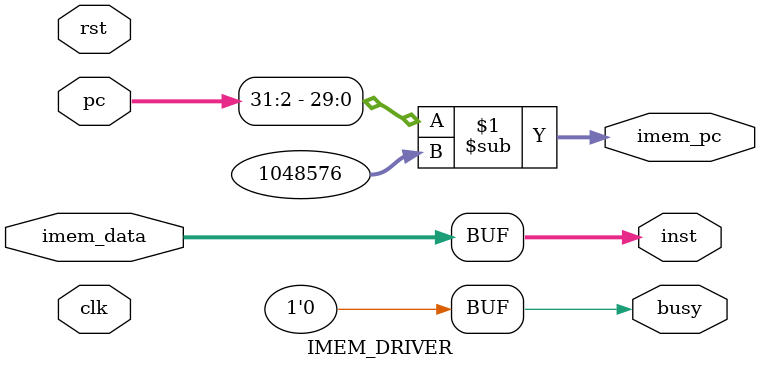
<source format=v>
`timescale 1ns / 1ps

module IMEM_DRIVER(
    input clk,
    input rst,
    input [31:0]pc,
    input [31:0]imem_data,
    
    output [31:0]imem_pc,
    output [31:0]inst,
    output busy
    );
    
    assign busy=1'b0;
    assign inst=imem_data;
    assign imem_pc=pc[31:2]-32'h00100000;
endmodule

</source>
